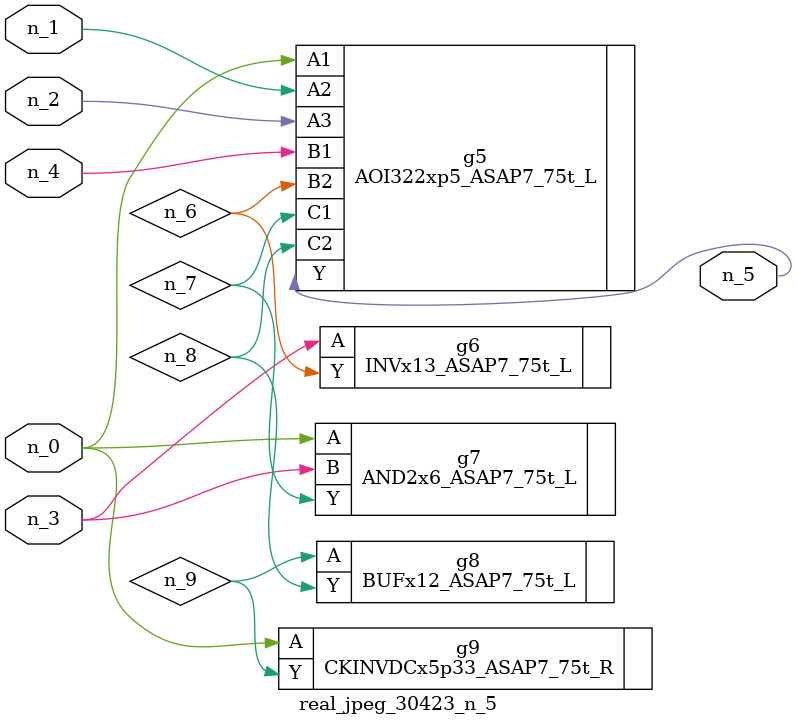
<source format=v>
module real_jpeg_30423_n_5 (n_4, n_0, n_1, n_2, n_3, n_5);

input n_4;
input n_0;
input n_1;
input n_2;
input n_3;

output n_5;

wire n_8;
wire n_6;
wire n_7;
wire n_9;

AOI322xp5_ASAP7_75t_L g5 ( 
.A1(n_0),
.A2(n_1),
.A3(n_2),
.B1(n_4),
.B2(n_6),
.C1(n_7),
.C2(n_8),
.Y(n_5)
);

AND2x6_ASAP7_75t_L g7 ( 
.A(n_0),
.B(n_3),
.Y(n_7)
);

CKINVDCx5p33_ASAP7_75t_R g9 ( 
.A(n_0),
.Y(n_9)
);

INVx13_ASAP7_75t_L g6 ( 
.A(n_3),
.Y(n_6)
);

BUFx12_ASAP7_75t_L g8 ( 
.A(n_9),
.Y(n_8)
);


endmodule
</source>
